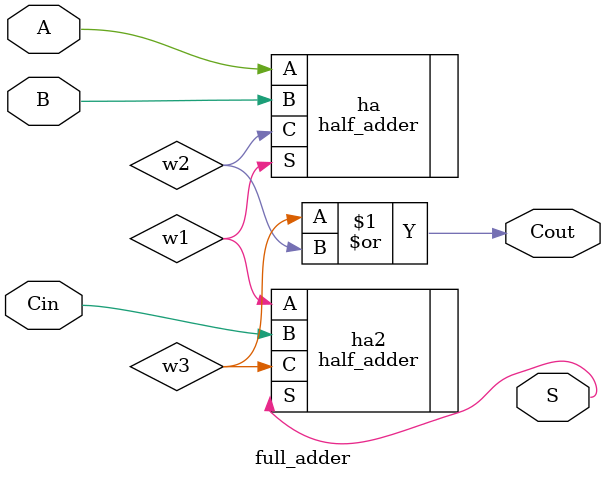
<source format=v>
`timescale 1ns / 1ps


module full_adder(
    input A,
    input B,
    input Cin,
    output Cout,
    output S
    );
     wire w1, w2, w3;
    //half_adder G1(w1, w2, A, B);
    //half_adder G2(w3, S, Cin, w1);
    half_adder ha(.A(A), .B(B), .S(w1), .C(w2));
    half_adder ha2(.A(w1), .B(Cin), .S(S), .C(w3));
    or G3(Cout, w3, w2);
    
endmodule

</source>
